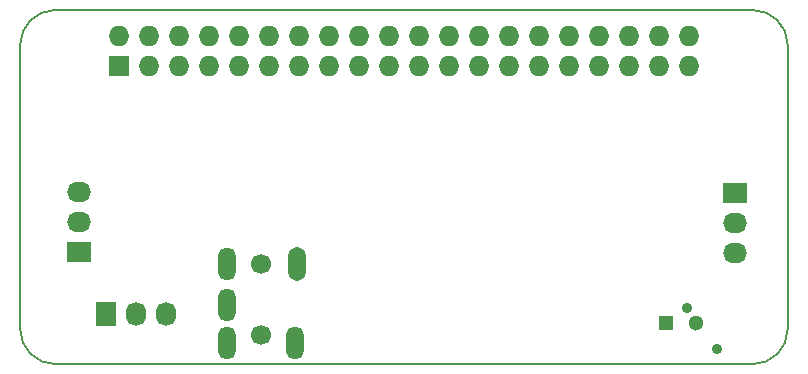
<source format=gbl>
G04 #@! TF.FileFunction,Copper,L2,Bot,Signal*
%FSLAX45Y45*%
G04 Gerber Fmt 4.5, Leading zero omitted, Abs format (unit mm)*
G04 Created by KiCad (PCBNEW 4.0.6+dfsg1-1) date Thu Nov  9 14:23:44 2017*
%MOMM*%
%LPD*%
G01*
G04 APERTURE LIST*
%ADD10C,0.150000*%
%ADD11R,2.032000X1.727200*%
%ADD12O,2.032000X1.727200*%
%ADD13R,1.727200X1.727200*%
%ADD14O,1.727200X1.727200*%
%ADD15O,1.500000X2.800000*%
%ADD16O,1.500000X2.900000*%
%ADD17C,1.700000*%
%ADD18C,1.300000*%
%ADD19R,1.300000X1.300000*%
%ADD20R,1.727200X2.032000*%
%ADD21O,1.727200X2.032000*%
%ADD22C,0.889000*%
G04 APERTURE END LIST*
D10*
X16950000Y-12205000D02*
X16950000Y-12250000D01*
X16650000Y-12550000D02*
X16595000Y-12550000D01*
X16950000Y-12205000D02*
X16950000Y-12250000D01*
X16950000Y-9850000D02*
X16950000Y-12205000D01*
X10750000Y-12550000D02*
X16595000Y-12550000D01*
X10450000Y-11450000D02*
X10450000Y-12250000D01*
X10750000Y-9550000D02*
X16600000Y-9550000D01*
X10450000Y-11450000D02*
X10450000Y-9850000D01*
X10450000Y-12250000D02*
G75*
G03X10750000Y-12550000I300000J0D01*
G01*
X16650000Y-12550000D02*
G75*
G03X16950000Y-12250000I0J300000D01*
G01*
X16650000Y-9550000D02*
X16600000Y-9550000D01*
X16950000Y-9850000D02*
G75*
G03X16650000Y-9550000I-300000J0D01*
G01*
X10750000Y-9550000D02*
G75*
G03X10450000Y-9850000I0J-300000D01*
G01*
D11*
X16500000Y-11100000D03*
D12*
X16500000Y-11354000D03*
X16500000Y-11608000D03*
D13*
X11291188Y-10025942D03*
D14*
X11291188Y-9771942D03*
X11545188Y-10025942D03*
X11545188Y-9771942D03*
X11799188Y-10025942D03*
X11799188Y-9771942D03*
X12053188Y-10025942D03*
X12053188Y-9771942D03*
X12307188Y-10025942D03*
X12307188Y-9771942D03*
X12561188Y-10025942D03*
X12561188Y-9771942D03*
X12815188Y-10025942D03*
X12815188Y-9771942D03*
X13069188Y-10025942D03*
X13069188Y-9771942D03*
X13323188Y-10025942D03*
X13323188Y-9771942D03*
X13577188Y-10025942D03*
X13577188Y-9771942D03*
X13831188Y-10025942D03*
X13831188Y-9771942D03*
X14085188Y-10025942D03*
X14085188Y-9771942D03*
X14339188Y-10025942D03*
X14339188Y-9771942D03*
X14593188Y-10025942D03*
X14593188Y-9771942D03*
X14847188Y-10025942D03*
X14847188Y-9771942D03*
X15101188Y-10025942D03*
X15101188Y-9771942D03*
X15355188Y-10025942D03*
X15355188Y-9771942D03*
X15609188Y-10025942D03*
X15609188Y-9771942D03*
X15863188Y-10025942D03*
X15863188Y-9771942D03*
X16117188Y-10025942D03*
X16117188Y-9771942D03*
D15*
X12781188Y-12370942D03*
X12201188Y-12370942D03*
X12201188Y-12050942D03*
X12201188Y-11700942D03*
D16*
X12791188Y-11700942D03*
D17*
X12491188Y-12300942D03*
X12491188Y-11700942D03*
D18*
X16170000Y-12200000D03*
D19*
X15920000Y-12200000D03*
D11*
X10950000Y-11600000D03*
D12*
X10950000Y-11346000D03*
X10950000Y-11092000D03*
D20*
X11175000Y-12125000D03*
D21*
X11429000Y-12125000D03*
X11683000Y-12125000D03*
D22*
X16100000Y-12075000D03*
X16350000Y-12425000D03*
M02*

</source>
